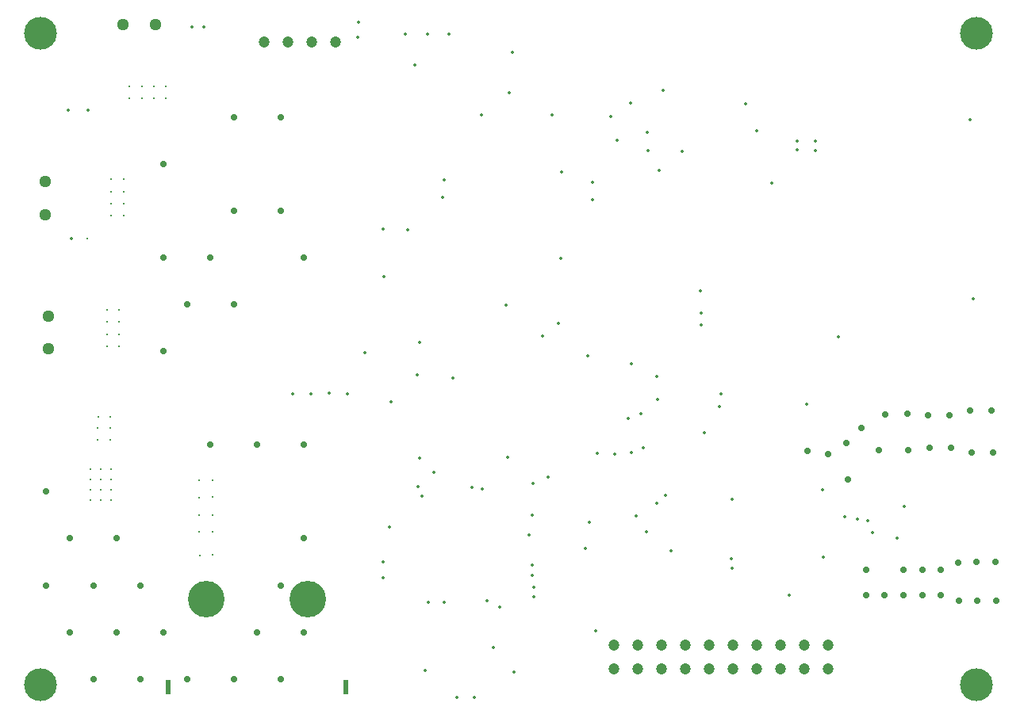
<source format=gbr>
%TF.GenerationSoftware,Altium Limited,Altium Designer,24.10.1 (45)*%
G04 Layer_Color=0*
%FSLAX45Y45*%
%MOMM*%
%TF.SameCoordinates,E1515796-6FB3-4C94-B68D-87BC939BF7D9*%
%TF.FilePolarity,Positive*%
%TF.FileFunction,Plated,1,4,PTH,Drill*%
%TF.Part,Single*%
G01*
G75*
%TA.AperFunction,ComponentDrill*%
%ADD181C,1.20000*%
%ADD182R,0.60000X1.60000*%
%ADD183C,3.90000*%
%TA.AperFunction,OtherDrill,Pad Free-12 (103.9mm,73.6mm)*%
%ADD184C,3.50000*%
%TA.AperFunction,OtherDrill,Pad Free-11 (4mm,73.6mm)*%
%ADD185C,3.50000*%
%TA.AperFunction,OtherDrill,Pad Free-10 (4mm,4mm)*%
%ADD186C,3.50000*%
%TA.AperFunction,OtherDrill,Pad Free-9 (103.9mm,4mm)*%
%ADD187C,3.50000*%
%TA.AperFunction,ComponentDrill*%
%ADD188C,1.29540*%
%ADD189C,1.29540*%
%ADD190C,0.20000*%
%ADD191C,0.20000*%
%TA.AperFunction,ViaDrill,NotFilled*%
%ADD192C,0.71120*%
%ADD193C,0.35000*%
%ADD194C,0.30000*%
%ADD195C,0.25000*%
%ADD196C,0.20000*%
D181*
X8802500Y819000D02*
D03*
X8548500D02*
D03*
X8294500D02*
D03*
X8040500D02*
D03*
X7786500D02*
D03*
X7532500D02*
D03*
X7278500D02*
D03*
X7024500D02*
D03*
X6770500D02*
D03*
X6516500D02*
D03*
Y565000D02*
D03*
X6770500D02*
D03*
X7024500D02*
D03*
X7278500D02*
D03*
X7532500D02*
D03*
X7786500D02*
D03*
X8040500D02*
D03*
X8294500D02*
D03*
X8548500D02*
D03*
X8802500D02*
D03*
X3038000Y7265000D02*
D03*
X3546000D02*
D03*
X2784000D02*
D03*
X3292000D02*
D03*
D182*
X3652500Y375001D02*
D03*
X1762500D02*
D03*
D183*
X3252500Y1315000D02*
D03*
X2162500D02*
D03*
D184*
X10390000Y7360000D02*
D03*
D185*
X400000D02*
D03*
D186*
Y400000D02*
D03*
D187*
X10390000D02*
D03*
D188*
X445000Y5420001D02*
D03*
Y5770521D02*
D03*
X477500Y4337501D02*
D03*
Y3986981D02*
D03*
D189*
X1625520Y7447500D02*
D03*
X1275000D02*
D03*
D190*
X1105000Y4402501D02*
D03*
X1235000D02*
D03*
X1105000Y4272501D02*
D03*
X1235000D02*
D03*
X1105000Y4142501D02*
D03*
X1235000D02*
D03*
X1105000Y4012501D02*
D03*
X1235000D02*
D03*
X1152500Y5797501D02*
D03*
X1282500D02*
D03*
X1152500Y5667501D02*
D03*
X1282500D02*
D03*
X1152500Y5537500D02*
D03*
X1282500D02*
D03*
X1152500Y5407500D02*
D03*
X1282500D02*
D03*
D191*
X1737500Y6790000D02*
D03*
Y6660000D02*
D03*
X1607500Y6790000D02*
D03*
Y6660000D02*
D03*
X1477500Y6790000D02*
D03*
Y6660000D02*
D03*
X1347500Y6790000D02*
D03*
Y6660000D02*
D03*
D192*
X2710000Y960000D02*
D03*
X710000Y1960000D02*
D03*
X2960000Y460000D02*
D03*
X1710000Y4960000D02*
D03*
Y5960000D02*
D03*
X2210000Y2960000D02*
D03*
X2460000Y6460000D02*
D03*
X1460000Y460000D02*
D03*
X2460000Y4460000D02*
D03*
X3210000Y2960000D02*
D03*
X710000Y960000D02*
D03*
X2460000Y460000D02*
D03*
X460000Y2460000D02*
D03*
X3210000Y4960000D02*
D03*
X460000Y1460000D02*
D03*
X1210000Y960000D02*
D03*
Y1960000D02*
D03*
X1960000Y460000D02*
D03*
X2460000Y5460000D02*
D03*
X1710000Y3960000D02*
D03*
X2960000Y1460000D02*
D03*
X2210000Y4960000D02*
D03*
X2960000Y6460000D02*
D03*
X960000Y460000D02*
D03*
X1460000Y1460000D02*
D03*
X1710000Y960000D02*
D03*
X2710000Y2960000D02*
D03*
X1960000Y4460000D02*
D03*
X3210000Y960000D02*
D03*
X960000Y1460000D02*
D03*
X3210000Y1960000D02*
D03*
X2960000Y5460000D02*
D03*
X10590809Y1712819D02*
D03*
X10390809D02*
D03*
X10190935Y1705717D02*
D03*
X10009264Y1622076D02*
D03*
X9809264D02*
D03*
X9609264D02*
D03*
X9209264Y1622067D02*
D03*
X9208138Y1357935D02*
D03*
X9408138Y1357924D02*
D03*
X9608138D02*
D03*
X9808138D02*
D03*
X10008138D02*
D03*
X10198376Y1296201D02*
D03*
X10398335Y1292181D02*
D03*
X10598335D02*
D03*
X9155564Y3142373D02*
D03*
X8996107Y2980810D02*
D03*
X8805382Y2857713D02*
D03*
X8582146Y2898876D02*
D03*
X9019300Y2588698D02*
D03*
X9342364Y2907661D02*
D03*
X9413324Y3288207D02*
D03*
X10548270Y3323936D02*
D03*
X10321270D02*
D03*
X10099790Y3274180D02*
D03*
X9872790D02*
D03*
X9646486Y3291936D02*
D03*
X9662082Y2908064D02*
D03*
X9888386Y2925820D02*
D03*
X10115386D02*
D03*
X10336866Y2876064D02*
D03*
X10563866D02*
D03*
D193*
X4124377Y2085000D02*
D03*
X7250000Y6097500D02*
D03*
X6550000Y6215000D02*
D03*
X7042500Y6747500D02*
D03*
X6480000Y6472500D02*
D03*
X6695000Y6612500D02*
D03*
X7000000Y5890000D02*
D03*
X6885000Y6105000D02*
D03*
X6872500Y6295000D02*
D03*
X5235000Y795000D02*
D03*
X4500000Y550000D02*
D03*
X5450000Y532500D02*
D03*
X5027500Y262500D02*
D03*
X4840000D02*
D03*
X4472500Y2410000D02*
D03*
X4425000Y2512500D02*
D03*
X5162500Y1292500D02*
D03*
X9617500Y2300000D02*
D03*
X9117500Y2170000D02*
D03*
X9537500Y1965000D02*
D03*
X9227500Y2152500D02*
D03*
X9275000Y2022500D02*
D03*
X8752500Y1765000D02*
D03*
X8977500Y2190000D02*
D03*
X8747500Y2477500D02*
D03*
X8390000Y1355000D02*
D03*
X7482500Y3090000D02*
D03*
X8575000Y3392500D02*
D03*
X6972500Y3687500D02*
D03*
X7640000Y3370000D02*
D03*
X7660000Y3502500D02*
D03*
X6252500Y2132500D02*
D03*
X6705000Y3825000D02*
D03*
X6242500Y3910000D02*
D03*
X7780000Y2382500D02*
D03*
X6865000Y2030000D02*
D03*
X6752500Y2200000D02*
D03*
X7070000Y2422500D02*
D03*
X6975000Y2340000D02*
D03*
X6832500Y2932500D02*
D03*
X6700000Y2880000D02*
D03*
X5652500Y2545000D02*
D03*
X5812500Y2615000D02*
D03*
X6982500Y3445000D02*
D03*
X6803030Y3291970D02*
D03*
X6670000Y3240000D02*
D03*
X6525105Y2859895D02*
D03*
X6340852Y2866648D02*
D03*
X5757500Y4120000D02*
D03*
X5927500Y4257500D02*
D03*
X5367500Y4455000D02*
D03*
X5615000Y1995000D02*
D03*
X5387500Y2827500D02*
D03*
X4440000Y2817500D02*
D03*
X6210000Y1850000D02*
D03*
X10350000Y4520000D02*
D03*
X10322500Y6437500D02*
D03*
X8665000Y6105000D02*
D03*
X8470000Y6110000D02*
D03*
X8670000Y6205000D02*
D03*
X8472500D02*
D03*
X8205000Y5757500D02*
D03*
X8910000Y4117500D02*
D03*
X7442500Y4602500D02*
D03*
X7450000Y4237500D02*
D03*
Y4365000D02*
D03*
X6290000Y5767500D02*
D03*
Y5577500D02*
D03*
X8042500Y6315000D02*
D03*
X7920000Y6600000D02*
D03*
X5960000Y5872500D02*
D03*
X5950000Y4950000D02*
D03*
X7127500Y1827500D02*
D03*
X7777500Y1645000D02*
D03*
X7775000Y1745000D02*
D03*
X6325000Y977500D02*
D03*
X5660000Y1335000D02*
D03*
X5665000Y1440000D02*
D03*
X5645000Y1570000D02*
D03*
X5647500Y1677500D02*
D03*
X5300000Y1230000D02*
D03*
X5002500Y2502500D02*
D03*
X4140000Y3420000D02*
D03*
X5857500Y6482500D02*
D03*
X5102500Y6487500D02*
D03*
X4052500Y1710000D02*
D03*
X4055000Y1542500D02*
D03*
X4600000Y2670000D02*
D03*
X5114590Y2489590D02*
D03*
X5647500Y2212500D02*
D03*
X4802500Y3672500D02*
D03*
X4415000Y3705000D02*
D03*
X4707500Y1280000D02*
D03*
X4535000D02*
D03*
X4055000Y5262500D02*
D03*
X4705000Y5787500D02*
D03*
X4692500Y5607500D02*
D03*
X4395000Y7022500D02*
D03*
X5397500Y6720000D02*
D03*
X3785000Y7312500D02*
D03*
X3787500Y7475000D02*
D03*
X4760000Y7352500D02*
D03*
X4527500Y7350000D02*
D03*
X4292500Y7352500D02*
D03*
X5437500Y7152500D02*
D03*
X4315000Y5255000D02*
D03*
X4065000Y4757500D02*
D03*
X4445000Y4057500D02*
D03*
X3860000Y3942500D02*
D03*
X3675000Y3505000D02*
D03*
X3477500Y3512500D02*
D03*
X3285000Y3502500D02*
D03*
X3090000D02*
D03*
X2142500Y7425000D02*
D03*
X2012500D02*
D03*
X690000Y6532500D02*
D03*
X905000D02*
D03*
X730000Y5167500D02*
D03*
D194*
X900000Y5165000D02*
D03*
X2230000Y2582500D02*
D03*
Y2402500D02*
D03*
Y2212500D02*
D03*
X2232500Y2035000D02*
D03*
X2235000Y1782500D02*
D03*
X2095000Y1780000D02*
D03*
X2092500Y2032500D02*
D03*
X2090000Y2210000D02*
D03*
Y2400000D02*
D03*
Y2580000D02*
D03*
D195*
X1005000Y3015000D02*
D03*
X1007500Y3137500D02*
D03*
X1012500Y3257500D02*
D03*
X1142500Y3015000D02*
D03*
Y3137500D02*
D03*
X1145000Y3260000D02*
D03*
D196*
X1147500Y2369500D02*
D03*
X1037500D02*
D03*
X927500D02*
D03*
X1147500Y2479500D02*
D03*
X1037500D02*
D03*
X927500D02*
D03*
X1147500Y2589500D02*
D03*
X1037500D02*
D03*
X927500D02*
D03*
X1147500Y2699500D02*
D03*
X1037500D02*
D03*
X927500D02*
D03*
%TF.MD5,6cda2e872188c06af5830313350b8be8*%
M02*

</source>
